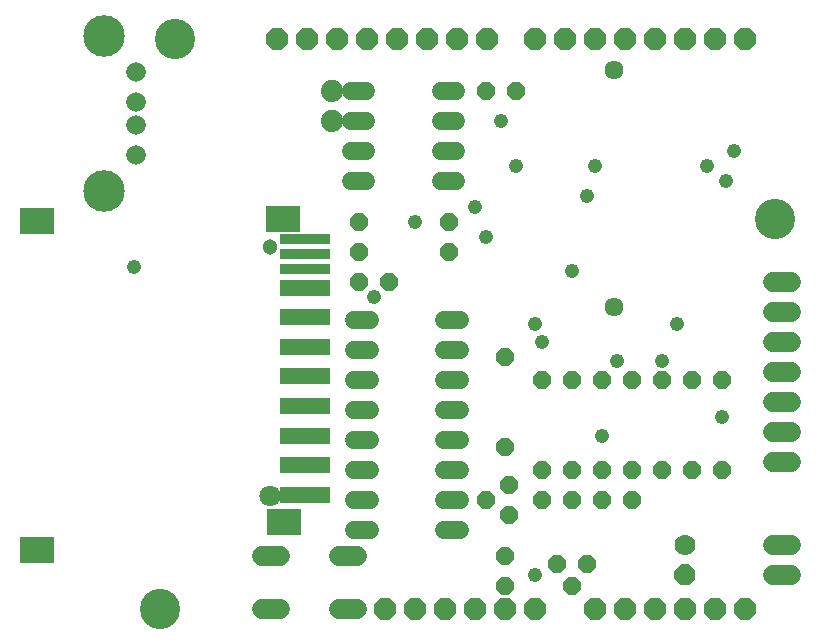
<source format=gts>
G75*
%MOIN*%
%OFA0B0*%
%FSLAX24Y24*%
%IPPOS*%
%LPD*%
%AMOC8*
5,1,8,0,0,1.08239X$1,22.5*
%
%ADD10C,0.0680*%
%ADD11OC8,0.0600*%
%ADD12R,0.1182X0.0867*%
%ADD13R,0.1655X0.0356*%
%ADD14R,0.1655X0.0552*%
%ADD15C,0.0513*%
%ADD16C,0.0710*%
%ADD17OC8,0.0740*%
%ADD18C,0.1340*%
%ADD19OC8,0.0700*%
%ADD20C,0.0700*%
%ADD21C,0.0600*%
%ADD22C,0.0654*%
%ADD23C,0.1386*%
%ADD24C,0.0740*%
%ADD25C,0.0634*%
%ADD26C,0.0674*%
%ADD27C,0.0476*%
D10*
X011620Y001485D02*
X012220Y001485D01*
X014180Y001485D02*
X014780Y001485D01*
X014780Y003265D02*
X014180Y003265D01*
X012220Y003265D02*
X011620Y003265D01*
X028650Y006375D02*
X029250Y006375D01*
X029250Y007375D02*
X028650Y007375D01*
X028650Y008375D02*
X029250Y008375D01*
X029250Y009375D02*
X028650Y009375D01*
X028650Y010375D02*
X029250Y010375D01*
X029250Y011375D02*
X028650Y011375D01*
X028650Y012375D02*
X029250Y012375D01*
D11*
X026950Y009125D03*
X025950Y009125D03*
X024950Y009125D03*
X023950Y009125D03*
X022950Y009125D03*
X021950Y009125D03*
X020950Y009125D03*
X019700Y009875D03*
X015825Y012375D03*
X014825Y012375D03*
X014825Y013375D03*
X014825Y014375D03*
X017825Y014375D03*
X017825Y013375D03*
X019075Y018750D03*
X020075Y018750D03*
X019700Y006875D03*
X020950Y006125D03*
X021950Y006125D03*
X022950Y006125D03*
X023950Y006125D03*
X024950Y006125D03*
X025950Y006125D03*
X026950Y006125D03*
X023950Y005125D03*
X022950Y005125D03*
X021950Y005125D03*
X020950Y005125D03*
X019825Y004625D03*
X019075Y005125D03*
X019825Y005625D03*
X019700Y003250D03*
X019700Y002250D03*
X021450Y003000D03*
X021950Y002250D03*
X022450Y003000D03*
D12*
X004117Y003449D03*
X012346Y004394D03*
X012306Y014472D03*
X004117Y014433D03*
D13*
X013054Y013803D03*
X013054Y013331D03*
X013054Y012819D03*
D14*
X013054Y012189D03*
X013054Y011205D03*
X013054Y010220D03*
X013054Y009236D03*
X013054Y008252D03*
X013054Y007268D03*
X013054Y006283D03*
X013054Y005299D03*
D15*
X011873Y013567D03*
D16*
X011873Y005260D03*
D17*
X015700Y001500D03*
X016700Y001500D03*
X017700Y001500D03*
X018700Y001500D03*
X019700Y001500D03*
X020700Y001500D03*
X022700Y001500D03*
X023700Y001500D03*
X024700Y001500D03*
X025700Y001500D03*
X026700Y001500D03*
X027700Y001500D03*
X027700Y020500D03*
X026700Y020500D03*
X025700Y020500D03*
X024700Y020500D03*
X023700Y020500D03*
X022700Y020500D03*
X021700Y020500D03*
X020700Y020500D03*
X019100Y020500D03*
X018100Y020500D03*
X017100Y020500D03*
X016100Y020500D03*
X015100Y020500D03*
X014100Y020500D03*
X013100Y020500D03*
X012100Y020500D03*
D18*
X008700Y020500D03*
X028700Y014500D03*
X008200Y001500D03*
D19*
X025700Y002625D03*
D20*
X025700Y003625D03*
D21*
X018210Y004125D02*
X017690Y004125D01*
X017690Y005125D02*
X018210Y005125D01*
X018210Y006125D02*
X017690Y006125D01*
X017690Y007125D02*
X018210Y007125D01*
X018210Y008125D02*
X017690Y008125D01*
X017690Y009125D02*
X018210Y009125D01*
X018210Y010125D02*
X017690Y010125D01*
X017690Y011125D02*
X018210Y011125D01*
X015210Y011125D02*
X014690Y011125D01*
X014690Y010125D02*
X015210Y010125D01*
X015210Y009125D02*
X014690Y009125D01*
X014690Y008125D02*
X015210Y008125D01*
X015210Y007125D02*
X014690Y007125D01*
X014690Y006125D02*
X015210Y006125D01*
X015210Y005125D02*
X014690Y005125D01*
X014690Y004125D02*
X015210Y004125D01*
X015085Y015750D02*
X014565Y015750D01*
X014565Y016750D02*
X015085Y016750D01*
X015085Y017750D02*
X014565Y017750D01*
X014565Y018750D02*
X015085Y018750D01*
X017565Y018750D02*
X018085Y018750D01*
X018085Y017750D02*
X017565Y017750D01*
X017565Y016750D02*
X018085Y016750D01*
X018085Y015750D02*
X017565Y015750D01*
D22*
X007392Y016622D03*
X007392Y017606D03*
X007392Y018394D03*
X007392Y019378D03*
D23*
X006325Y020587D03*
X006325Y015413D03*
D24*
X013950Y017750D03*
X013950Y018750D03*
D25*
X023325Y019437D03*
X023325Y011563D03*
D26*
X028653Y003625D02*
X029247Y003625D01*
X029247Y002625D02*
X028653Y002625D01*
D27*
X022950Y007250D03*
X023450Y009750D03*
X024950Y009750D03*
X025450Y011000D03*
X021950Y012750D03*
X020700Y011000D03*
X020950Y010375D03*
X019075Y013875D03*
X018700Y014875D03*
X016700Y014375D03*
X020075Y016250D03*
X019575Y017750D03*
X022700Y016250D03*
X022450Y015250D03*
X026450Y016250D03*
X027075Y015750D03*
X027325Y016750D03*
X015325Y011875D03*
X007325Y012875D03*
X020700Y002625D03*
X026950Y007875D03*
M02*

</source>
